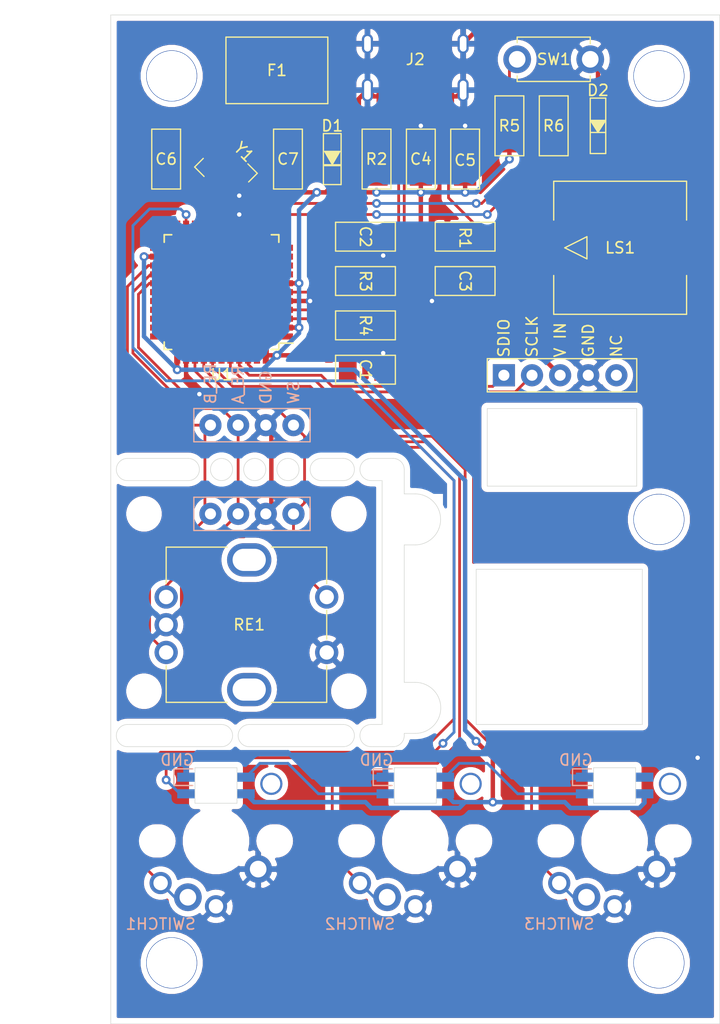
<source format=kicad_pcb>
(kicad_pcb (version 20171130) (host pcbnew "(5.1.6)-1")
  (layers (0 F.Cu signal) (31 B.Cu signal) (34 B.Paste user) (35 F.Paste user) (36 B.SilkS user) (37 F.SilkS user) (38 B.Mask user) (39 F.Mask user) (44 Edge.Cuts user))
  (net 0 "")
  (net 1 "Net-(C1-Pad1)")
  (net 2 "Net-(C2-Pad2)")
  (net 3 VCC)
  (net 4 XTAL1)
  (net 5 XTAL2)
  (net 6 "Net-(D1-Pad2)")
  (net 7 "Net-(D2-Pad1)")
  (net 8 "Net-(F1-Pad2)")
  (net 9 "Net-(J2-PadA5)")
  (net 10 "Net-(J2-PadA6)")
  (net 11 "Net-(J2-PadB5)")
  (net 12 "Net-(J2-PadA7)")
  (net 13 RE_B)
  (net 14 RE_A)
  (net 15 RE_SW)
  (net 16 "Net-(J4-PadNC)")
  (net 17 SCLK)
  (net 18 SDIO)
  (net 19 D+)
  (net 20 D-)
  (net 21 RESET)
  (net 22 AUDIO)
  (net 23 "Net-(SWITCH1-Pad2)")
  (net 24 SWITCH1)
  (net 25 SWITCH2)
  (net 26 LED)
  (net 27 "Net-(U1-Pad1)")
  (net 28 "Net-(U1-Pad8)")
  (net 29 "Net-(U1-Pad9)")
  (net 30 "Net-(U1-Pad10)")
  (net 31 "Net-(U1-Pad11)")
  (net 32 "Net-(U1-Pad18)")
  (net 33 "Net-(U1-Pad19)")
  (net 34 "Net-(U1-Pad20)")
  (net 35 "Net-(U1-Pad22)")
  (net 36 "Net-(U1-Pad28)")
  (net 37 "Net-(U1-Pad29)")
  (net 38 "Net-(U1-Pad31)")
  (net 39 "Net-(U1-Pad32)")
  (net 40 "Net-(U1-Pad33)")
  (net 41 "Net-(U1-Pad39)")
  (net 42 "Net-(U1-Pad30)")
  (net 43 SWITCH3)
  (net 44 "Net-(J2-PadB8)")
  (net 45 "Net-(J2-PadA8)")
  (net 46 GND)
  (net 47 "Net-(SWITCH2-Pad2)")
  (net 48 "Net-(SWITCH3-Pad2)")
  (module arbor:switch_w_sk6812mini-e_B (layer B.Cu) (at 165.5 133.5 180)
    (fp_text reference SWITCH3 (at 5 -7.5) (layer B.SilkS) (effects (justify mirror)))
    (fp_text value SW_SK6812MINI_E_B hide)
    (fp_text user GND (at 3.5 7.3) (layer B.SilkS) (effects (justify mirror)))
    (pad 6 thru_hole circle (at 2.54 -5.08 180) (size 2.5 2.5) (drill 1.5) (layers *.Cu *.Mask) (net 43 SWITCH3))
    (pad 5 thru_hole circle (at -3.81 -2.54 135) (size 2.5 2.5) (drill 1.5) (layers *.Cu *.Mask) (net 46 GND))
    (pad 6 thru_hole circle (at 5 -3.8 180) (size 2 2) (drill 1.3) (layers *.Cu *.Mask) (net 43 SWITCH3))
    (pad 5 thru_hole circle (at 0 -5.9 180) (size 2 2) (drill 1.3) (layers *.Cu *.Mask) (net 46 GND))
    (pad "" np_thru_hole oval (at -5.3 0 180) (size 2.3 2) (drill oval 2.3 2) (layers *.Cu *.Mask))
    (pad "" np_thru_hole oval (at 5.3 0 180) (size 2.3 2) (drill oval 2.3 2) (layers *.Cu *.Mask))
    (pad "" np_thru_hole circle (at 0 0 180) (size 5 5) (drill 5) (layers *.Cu *.Mask))
    (pad NC thru_hole circle (at -5 5.15 180) (size 2 2) (drill 1.6) (layers *.Cu *.Mask))
    (pad 3 smd rect (at 2.7 5.75) (size 1.6 0.82) (layers B.Cu B.Paste B.Mask) (net 46 GND))
    (pad 4 smd rect (at 2.7 4.25) (size 1.6 0.82) (layers B.Cu B.Paste B.Mask) (net 47 "Net-(SWITCH2-Pad2)"))
    (pad 1 smd rect (at -2.7 4.25) (size 1.6 0.82) (layers B.Cu B.Paste B.Mask) (net 3 VCC))
    (pad 2 smd rect (at -2.7 5.75) (size 1.6 0.82) (layers B.Cu B.Paste B.Mask) (net 48 "Net-(SWITCH3-Pad2)"))
  )
  (module arbor:switch_w_sk6812mini-e_B (layer B.Cu) (at 147.5 133.5 180)
    (fp_text reference SWITCH2 (at 5 -7.5) (layer B.SilkS) (effects (justify mirror)))
    (fp_text value SW_SK6812MINI_E_B hide)
    (fp_text user GND (at 3.5 7.3) (layer B.SilkS) (effects (justify mirror)))
    (pad 6 thru_hole circle (at 2.54 -5.08 180) (size 2.5 2.5) (drill 1.5) (layers *.Cu *.Mask) (net 25 SWITCH2))
    (pad 5 thru_hole circle (at -3.81 -2.54 135) (size 2.5 2.5) (drill 1.5) (layers *.Cu *.Mask) (net 46 GND))
    (pad 6 thru_hole circle (at 5 -3.8 180) (size 2 2) (drill 1.3) (layers *.Cu *.Mask) (net 25 SWITCH2))
    (pad 5 thru_hole circle (at 0 -5.9 180) (size 2 2) (drill 1.3) (layers *.Cu *.Mask) (net 46 GND))
    (pad "" np_thru_hole oval (at -5.3 0 180) (size 2.3 2) (drill oval 2.3 2) (layers *.Cu *.Mask))
    (pad "" np_thru_hole oval (at 5.3 0 180) (size 2.3 2) (drill oval 2.3 2) (layers *.Cu *.Mask))
    (pad "" np_thru_hole circle (at 0 0 180) (size 5 5) (drill 5) (layers *.Cu *.Mask))
    (pad NC thru_hole circle (at -5 5.15 180) (size 2 2) (drill 1.6) (layers *.Cu *.Mask))
    (pad 3 smd rect (at 2.7 5.75) (size 1.6 0.82) (layers B.Cu B.Paste B.Mask) (net 46 GND))
    (pad 4 smd rect (at 2.7 4.25) (size 1.6 0.82) (layers B.Cu B.Paste B.Mask) (net 23 "Net-(SWITCH1-Pad2)"))
    (pad 1 smd rect (at -2.7 4.25) (size 1.6 0.82) (layers B.Cu B.Paste B.Mask) (net 3 VCC))
    (pad 2 smd rect (at -2.7 5.75) (size 1.6 0.82) (layers B.Cu B.Paste B.Mask) (net 47 "Net-(SWITCH2-Pad2)"))
  )
  (module arbor:switch_w_sk6812mini-e_B (layer B.Cu) (at 129.5 133.5 180)
    (fp_text reference SWITCH1 (at 5 -7.5) (layer B.SilkS) (effects (justify mirror)))
    (fp_text value SW_SK6812MINI_E_B hide)
    (fp_text user GND (at 3.5 7.3) (layer B.SilkS) (effects (justify mirror)))
    (pad 6 thru_hole circle (at 2.54 -5.08 180) (size 2.5 2.5) (drill 1.5) (layers *.Cu *.Mask) (net 24 SWITCH1))
    (pad 5 thru_hole circle (at -3.81 -2.54 135) (size 2.5 2.5) (drill 1.5) (layers *.Cu *.Mask) (net 46 GND))
    (pad 6 thru_hole circle (at 5 -3.8 180) (size 2 2) (drill 1.3) (layers *.Cu *.Mask) (net 24 SWITCH1))
    (pad 5 thru_hole circle (at 0 -5.9 180) (size 2 2) (drill 1.3) (layers *.Cu *.Mask) (net 46 GND))
    (pad "" np_thru_hole oval (at -5.3 0 180) (size 2.3 2) (drill oval 2.3 2) (layers *.Cu *.Mask))
    (pad "" np_thru_hole oval (at 5.3 0 180) (size 2.3 2) (drill oval 2.3 2) (layers *.Cu *.Mask))
    (pad "" np_thru_hole circle (at 0 0 180) (size 5 5) (drill 5) (layers *.Cu *.Mask))
    (pad NC thru_hole circle (at -5 5.15 180) (size 2 2) (drill 1.6) (layers *.Cu *.Mask))
    (pad 3 smd rect (at 2.7 5.75) (size 1.6 0.82) (layers B.Cu B.Paste B.Mask) (net 46 GND))
    (pad 4 smd rect (at 2.7 4.25) (size 1.6 0.82) (layers B.Cu B.Paste B.Mask) (net 26 LED))
    (pad 1 smd rect (at -2.7 4.25) (size 1.6 0.82) (layers B.Cu B.Paste B.Mask) (net 3 VCC))
    (pad 2 smd rect (at -2.7 5.75) (size 1.6 0.82) (layers B.Cu B.Paste B.Mask) (net 23 "Net-(SWITCH1-Pad2)"))
  )
  (module arbor:usb_c_5077CR-16SMC2-BK-TR (layer F.Cu) (at 147.5 59)
    (fp_text reference J2 (at 0 4.01) (layer F.SilkS))
    (fp_text value usb_c_5077CR-16-SMC2-BK-TR)
    (pad B1/A12 smd rect (at -3.2 7.345) (size 0.6 1.15) (layers F.Cu F.Paste F.Mask) (net 46 GND))
    (pad B4/A9 smd rect (at -2.4 7.345) (size 0.6 1.15) (layers F.Cu F.Paste F.Mask) (net 8 "Net-(F1-Pad2)"))
    (pad A1/B12 smd rect (at 3.2 7.345) (size 0.6 1.15) (layers F.Cu F.Paste F.Mask) (net 46 GND))
    (pad A4/B9 smd rect (at 2.4 7.345) (size 0.6 1.15) (layers F.Cu F.Paste F.Mask) (net 8 "Net-(F1-Pad2)"))
    (pad B8 smd rect (at 1.75 7.345) (size 0.3 1.15) (layers F.Cu F.Paste F.Mask) (net 44 "Net-(J2-PadB8)"))
    (pad B5 smd rect (at -1.75 7.345) (size 0.3 1.15) (layers F.Cu F.Paste F.Mask) (net 11 "Net-(J2-PadB5)"))
    (pad B6 smd rect (at -0.75 7.345) (size 0.3 1.15) (layers F.Cu F.Paste F.Mask) (net 10 "Net-(J2-PadA6)"))
    (pad A8 smd rect (at -1.25 7.345) (size 0.3 1.15) (layers F.Cu F.Paste F.Mask) (net 45 "Net-(J2-PadA8)"))
    (pad A5 smd rect (at 1.25 7.345) (size 0.3 1.15) (layers F.Cu F.Paste F.Mask) (net 9 "Net-(J2-PadA5)"))
    (pad B7 smd rect (at 0.75 7.345) (size 0.3 1.15) (layers F.Cu F.Paste F.Mask) (net 12 "Net-(J2-PadA7)"))
    (pad A7 smd rect (at -0.25 7.345) (size 0.3 1.15) (layers F.Cu F.Paste F.Mask) (net 12 "Net-(J2-PadA7)"))
    (pad A6 smd rect (at 0.25 7.345) (size 0.3 1.15) (layers F.Cu F.Paste F.Mask) (net 10 "Net-(J2-PadA6)"))
    (pad SHIELD thru_hole oval (at -4.32 6.78) (size 1 2.1) (drill oval 0.6 1.7) (layers *.Cu *.Mask) (net 46 GND))
    (pad SHIELD thru_hole oval (at 4.32 6.78) (size 1 2.1) (drill oval 0.6 1.7) (layers *.Cu *.Mask) (net 46 GND))
    (pad SHIELD thru_hole oval (at -4.32 2.6) (size 1 1.8) (drill oval 0.6 1.4) (layers *.Cu *.Mask) (net 46 GND))
    (pad SHIELD thru_hole oval (at 4.32 2.6) (size 1 1.8) (drill oval 0.6 1.4) (layers *.Cu *.Mask) (net 46 GND))
  )
  (module arbor:diode_1n4148_smd (layer F.Cu) (at 164 69 270)
    (fp_text reference D2 (at -3.2 0 180) (layer F.SilkS))
    (fp_text value D hide)
    (pad 2 smd rect (at -1.7 0 270) (size 1.2 1) (layers F.Cu F.Paste F.Mask) (net 46 GND))
    (pad 1 smd rect (at 1.7 0 270) (size 1.2 1) (layers F.Cu F.Paste F.Mask) (net 7 "Net-(D2-Pad1)"))
  )
  (module arbor:hole_m2_spacer (layer F.Cu) (at 169.5 64.5)
    (fp_text reference REF** hide)
    (fp_text value m2_spacer)
    (pad "" np_thru_hole circle (at 0 0) (size 4.6 4.6) (drill 4.5) (layers *.Cu *.Mask))
  )
  (module arbor:hole_m2_spacer (layer F.Cu) (at 125.5 64.5)
    (fp_text reference REF** hide)
    (fp_text value m2_spacer)
    (pad "" np_thru_hole circle (at 0 0) (size 4.6 4.6) (drill 4.5) (layers *.Cu *.Mask))
  )
  (module arbor:Rotary_encoder_EC12 (layer F.Cu) (at 132.5 114 270)
    (fp_text reference RE1 (at 0 0 180) (layer F.SilkS))
    (fp_text value Rotary_Encoder_Switch)
    (pad C thru_hole circle (at 0 7.5 270) (size 2.1 2.1) (drill 1.3) (layers *.Cu *.Mask) (net 46 GND))
    (pad B thru_hole circle (at 2.5 7.5 270) (size 2.1 2.1) (drill 1.3) (layers *.Cu *.Mask) (net 13 RE_B))
    (pad A thru_hole circle (at -2.5 7.5 270) (size 2.1 2.1) (drill 1.3) (layers *.Cu *.Mask) (net 14 RE_A))
    (pad S2 thru_hole circle (at 2.5 -7 270) (size 2.1 2.1) (drill 1.3) (layers *.Cu *.Mask) (net 46 GND))
    (pad S1 thru_hole circle (at -2.5 -7 270) (size 2.1 2.1) (drill 1.3) (layers *.Cu *.Mask) (net 15 RE_SW))
    (pad "" thru_hole oval (at 5.85 0 270) (size 3 4) (drill oval 2 3) (layers *.Cu *.Mask))
    (pad "" thru_hole oval (at -5.85 0 270) (size 3 4) (drill oval 2 3) (layers *.Cu *.Mask))
  )
  (module arbor:hole_m2_spacer (layer F.Cu) (at 169.5 104.5)
    (fp_text reference REF** hide)
    (fp_text value m2_spacer)
    (pad "" np_thru_hole circle (at 0 0) (size 4.6 4.6) (drill 4.5) (layers *.Cu *.Mask))
  )
  (module arbor:hole_m2_spacer (layer F.Cu) (at 125.5 144.5)
    (fp_text reference REF** hide)
    (fp_text value m2_spacer)
    (pad "" np_thru_hole circle (at 0 0) (size 4.6 4.6) (drill 4.5) (layers *.Cu *.Mask))
  )
  (module arbor:hole_m2_spacer (layer F.Cu) (at 169.5 144.5)
    (fp_text reference REF** hide)
    (fp_text value m2_spacer)
    (pad "" np_thru_hole circle (at 0 0) (size 4.6 4.6) (drill 4.5) (layers *.Cu *.Mask))
  )
  (module arbor:cryctal_epson_fa238 (layer F.Cu) (at 130.4 73 315)
    (fp_text reference Y1 (at 0 -2.3 135) (layer F.SilkS))
    (fp_text value 16MHz hide)
    (pad 3 smd rect (at 1.1 -0.8 315) (size 1.4 1.2) (layers F.Cu F.Paste F.Mask) (net 5 XTAL2))
    (pad 4 smd rect (at -1.1 -0.8 315) (size 1.4 1.2) (layers F.Cu F.Paste F.Mask) (net 46 GND))
    (pad 1 smd rect (at -1.1 0.8 315) (size 1.4 1.2) (layers F.Cu F.Paste F.Mask) (net 4 XTAL1))
    (pad 2 smd rect (at 1.1 0.8 315) (size 1.4 1.2) (layers F.Cu F.Paste F.Mask) (net 46 GND))
  )
  (module arbor:smd_1206_3216mm (layer F.Cu) (at 160 69 90)
    (fp_text reference R6 (at 0 0 unlocked) (layer F.SilkS))
    (fp_text value 1k hide)
    (pad 2 smd rect (at -1.6 0 90) (size 1.6 2) (layers F.Cu F.Paste F.Mask) (net 7 "Net-(D2-Pad1)"))
    (pad 1 smd rect (at 1.6 0 90) (size 1.6 2) (layers F.Cu F.Paste F.Mask) (net 22 AUDIO))
  )
  (module arbor:smd_1206_3216mm (layer F.Cu) (at 156 69 270)
    (fp_text reference R5 (at 0 0 unlocked) (layer F.SilkS))
    (fp_text value 10k hide)
    (pad 2 smd rect (at -1.6 0 270) (size 1.6 2) (layers F.Cu F.Paste F.Mask) (net 21 RESET))
    (pad 1 smd rect (at 1.6 0 270) (size 1.6 2) (layers F.Cu F.Paste F.Mask) (net 3 VCC))
  )
  (module arbor:smd_1206_3216mm (layer F.Cu) (at 143 87)
    (fp_text reference R4 (at 0 0 270 unlocked) (layer F.SilkS))
    (fp_text value 22 hide)
    (pad 2 smd rect (at -1.6 0) (size 1.6 2) (layers F.Cu F.Paste F.Mask) (net 20 D-))
    (pad 1 smd rect (at 1.6 0) (size 1.6 2) (layers F.Cu F.Paste F.Mask) (net 12 "Net-(J2-PadA7)"))
  )
  (module arbor:smd_1206_3216mm (layer F.Cu) (at 143 83 180)
    (fp_text reference R3 (at 0 0 270 unlocked) (layer F.SilkS))
    (fp_text value 22 hide)
    (pad 2 smd rect (at -1.6 0 180) (size 1.6 2) (layers F.Cu F.Paste F.Mask) (net 10 "Net-(J2-PadA6)"))
    (pad 1 smd rect (at 1.6 0 180) (size 1.6 2) (layers F.Cu F.Paste F.Mask) (net 19 D+))
  )
  (module arbor:smd_1206_3216mm (layer F.Cu) (at 144 72 270)
    (fp_text reference R2 (at 0 0 unlocked) (layer F.SilkS))
    (fp_text value 5.1k hide)
    (pad 2 smd rect (at -1.6 0 270) (size 1.6 2) (layers F.Cu F.Paste F.Mask) (net 11 "Net-(J2-PadB5)"))
    (pad 1 smd rect (at 1.6 0 270) (size 1.6 2) (layers F.Cu F.Paste F.Mask) (net 46 GND))
  )
  (module arbor:smd_1206_3216mm (layer F.Cu) (at 152 79 180)
    (fp_text reference R1 (at 0 -0.1 -90 unlocked) (layer F.SilkS))
    (fp_text value 5.1k hide)
    (pad 2 smd rect (at -1.6 0 180) (size 1.6 2) (layers F.Cu F.Paste F.Mask) (net 9 "Net-(J2-PadA5)"))
    (pad 1 smd rect (at 1.6 0 180) (size 1.6 2) (layers F.Cu F.Paste F.Mask) (net 46 GND))
  )
  (module arbor:fuse_littelfuse_2920L050DR (layer F.Cu) (at 135 64 180)
    (fp_text reference F1 (at 0 0) (layer F.SilkS))
    (fp_text value 500mA hide)
    (pad 2 smd rect (at -3.3 0 180) (size 2 5.4) (layers F.Cu F.Paste F.Mask) (net 8 "Net-(F1-Pad2)"))
    (pad 1 smd rect (at 3.3 0 180) (size 2 5.4) (layers F.Cu F.Paste F.Mask) (net 6 "Net-(D1-Pad2)"))
  )
  (module arbor:schottky_barrier_diode_rb161mm20 (layer F.Cu) (at 140 72 180)
    (fp_text reference D1 (at 0 3) (layer F.SilkS))
    (fp_text value RB161MM20 hide)
    (pad 2 smd rect (at 0 1.6 180) (size 1.2 1) (layers F.Cu F.Paste F.Mask) (net 6 "Net-(D1-Pad2)"))
    (pad 1 smd rect (at 0 -1.6 180) (size 1.2 1) (layers F.Cu F.Paste F.Mask) (net 3 VCC))
  )
  (module arbor:smd_1206_3216mm (layer F.Cu) (at 136 72 90)
    (fp_text reference C7 (at 0 0 unlocked) (layer F.SilkS))
    (fp_text value 22pF hide)
    (pad 2 smd rect (at -1.6 0 90) (size 1.6 2) (layers F.Cu F.Paste F.Mask) (net 5 XTAL2))
    (pad 1 smd rect (at 1.6 0 90) (size 1.6 2) (layers F.Cu F.Paste F.Mask) (net 46 GND))
  )
  (module arbor:smd_1206_3216mm (layer F.Cu) (at 125 72 90)
    (fp_text reference C6 (at 0 0 unlocked) (layer F.SilkS))
    (fp_text value 22pF hide)
    (pad 2 smd rect (at -1.6 0 90) (size 1.6 2) (layers F.Cu F.Paste F.Mask) (net 4 XTAL1))
    (pad 1 smd rect (at 1.6 0 90) (size 1.6 2) (layers F.Cu F.Paste F.Mask) (net 46 GND))
  )
  (module arbor:smd_1206_3216mm (layer F.Cu) (at 152 72 270)
    (fp_text reference C5 (at 0.1 0 unlocked) (layer F.SilkS))
    (fp_text value 0.1uF hide)
    (pad 2 smd rect (at -1.6 0 270) (size 1.6 2) (layers F.Cu F.Paste F.Mask) (net 46 GND))
    (pad 1 smd rect (at 1.6 0 270) (size 1.6 2) (layers F.Cu F.Paste F.Mask) (net 3 VCC))
  )
  (module arbor:smd_1206_3216mm (layer F.Cu) (at 148 72 270)
    (fp_text reference C4 (at 0 0 unlocked) (layer F.SilkS))
    (fp_text value 1uF hide)
    (pad 2 smd rect (at -1.6 0 270) (size 1.6 2) (layers F.Cu F.Paste F.Mask) (net 46 GND))
    (pad 1 smd rect (at 1.6 0 270) (size 1.6 2) (layers F.Cu F.Paste F.Mask) (net 3 VCC))
  )
  (module arbor:smd_1206_3216mm (layer F.Cu) (at 152 83 180)
    (fp_text reference C3 (at 0 0 -90 unlocked) (layer F.SilkS))
    (fp_text value 10uF hide)
    (pad 2 smd rect (at -1.6 0 180) (size 1.6 2) (layers F.Cu F.Paste F.Mask) (net 46 GND))
    (pad 1 smd rect (at 1.6 0 180) (size 1.6 2) (layers F.Cu F.Paste F.Mask) (net 3 VCC))
  )
  (module arbor:smd_1206_3216mm (layer F.Cu) (at 143 79)
    (fp_text reference C2 (at 0 0 -90 unlocked) (layer F.SilkS))
    (fp_text value 1uF hide)
    (pad 2 smd rect (at -1.6 0) (size 1.6 2) (layers F.Cu F.Paste F.Mask) (net 2 "Net-(C2-Pad2)"))
    (pad 1 smd rect (at 1.6 0) (size 1.6 2) (layers F.Cu F.Paste F.Mask) (net 46 GND))
  )
  (module arbor:smd_1206_3216mm (layer F.Cu) (at 143 91 180)
    (fp_text reference C1 (at 0 0 270 unlocked) (layer F.SilkS))
    (fp_text value 0.1uF hide)
    (pad 2 smd rect (at -1.6 0 180) (size 1.6 2) (layers F.Cu F.Paste F.Mask) (net 46 GND))
    (pad 1 smd rect (at 1.6 0 180) (size 1.6 2) (layers F.Cu F.Paste F.Mask) (net 1 "Net-(C1-Pad1)"))
  )
  (module arbor:trackball_level_converter (layer F.Cu) (at 155.5 91.5)
    (fp_text reference J4 hide)
    (fp_text value trackball_level_converter)
    (fp_text user SDIO (at 0 -1.524 90) (layer F.SilkS) (effects (justify left)))
    (fp_text user SCLK (at 2.54 -1.524 90) (layer F.SilkS) (effects (justify left)))
    (fp_text user "V IN" (at 5.08 -1.524 90) (layer F.SilkS) (effects (justify left)))
    (fp_text user GND (at 7.62 -1.524 90) (layer F.SilkS) (effects (justify left)))
    (fp_text user NC (at 10.16 -1.524 90) (layer F.SilkS) (effects (justify left)))
    (pad SDIO thru_hole rect (at 0 0) (size 2 2) (drill 1) (layers *.Cu *.Mask) (net 18 SDIO))
    (pad SCLK thru_hole circle (at 2.54 0) (size 2 2) (drill 1) (layers *.Cu *.Mask) (net 17 SCLK))
    (pad VIN thru_hole circle (at 5.08 0) (size 2 2) (drill 1) (layers *.Cu *.Mask) (net 3 VCC))
    (pad GND thru_hole circle (at 7.62 0) (size 2 2) (drill 1) (layers *.Cu *.Mask) (net 46 GND))
    (pad NC thru_hole circle (at 10.16 0) (size 2 2) (drill 1) (layers *.Cu *.Mask) (net 16 "Net-(J4-PadNC)"))
  )
  (module MountingHole:MountingHole_2.2mm_M2_ISO7380 (layer F.Cu) (at 141.5 120)
    (fp_text reference REF** hide)
    (fp_text value MountingHole_2.2mm_M2_ISO7380)
    (pad 1 np_thru_hole circle (at 0 0) (size 2.2 2.2) (drill 2.2) (layers *.Cu *.Mask))
  )
  (module MountingHole:MountingHole_2.2mm_M2_ISO7380 (layer F.Cu) (at 123 120)
    (fp_text reference REF** hide)
    (fp_text value MountingHole_2.2mm_M2_ISO7380)
    (pad 1 np_thru_hole circle (at 0 0) (size 2.2 2.2) (drill 2.2) (layers *.Cu *.Mask))
  )
  (module MountingHole:MountingHole_2.2mm_M2_ISO7380 (layer F.Cu) (at 141.5 104)
    (fp_text reference REF** hide)
    (fp_text value MountingHole_2.2mm_M2_ISO7380)
    (pad 1 np_thru_hole circle (at 0 0) (size 2.2 2.2) (drill 2.2) (layers *.Cu *.Mask))
  )
  (module MountingHole:MountingHole_2.2mm_M2_ISO7380 (layer F.Cu) (at 123 104)
    (fp_text reference REF** hide)
    (fp_text value MountingHole_2.2mm_M2_ISO7380)
    (pad 1 np_thru_hole circle (at 0 0) (size 2.2 2.2) (drill 2.2) (layers *.Cu *.Mask))
  )
  (module arbor:meishi_encoder (layer B.Cu) (at 136.5 96 90)
    (fp_text reference J1 hide)
    (fp_text value Conn_01x04 hide)
    (fp_text user RE_B (at 1.8 -7.5 90) (layer B.SilkS) (effects (justify right mirror)))
    (fp_text user RE_A (at 1.8 -5 90) (layer B.SilkS) (effects (justify right mirror)))
    (fp_text user GND (at 1.8 -2.5 90) (layer B.SilkS) (effects (justify right mirror)))
    (fp_text user SW (at 1.8 0 90) (layer B.SilkS) (effects (justify right mirror)))
    (pad 4 thru_hole circle (at 0 -7.5 180) (size 2 2) (drill 1) (layers *.Cu *.Mask) (net 13 RE_B))
    (pad 3 thru_hole circle (at 0 -5 180) (size 2 2) (drill 1) (layers *.Cu *.Mask) (net 14 RE_A))
    (pad 2 thru_hole circle (at 0 -2.5 180) (size 2 2) (drill 1) (layers *.Cu *.Mask) (net 46 GND))
    (pad 1 thru_hole circle (at 0 0 180) (size 2 2) (drill 1) (layers *.Cu *.Mask) (net 15 RE_SW))
  )
  (module arbor:meishi_encoder (layer B.Cu) (at 136.5 104 90)
    (fp_text reference J3 hide)
    (fp_text value Conn_01x04 hide)
    (pad 4 thru_hole circle (at 0 -7.5 180) (size 2 2) (drill 1) (layers *.Cu *.Mask) (net 13 RE_B))
    (pad 3 thru_hole circle (at 0 -5 180) (size 2 2) (drill 1) (layers *.Cu *.Mask) (net 14 RE_A))
    (pad 2 thru_hole circle (at 0 -2.5 180) (size 2 2) (drill 1) (layers *.Cu *.Mask) (net 46 GND))
    (pad 1 thru_hole circle (at 0 0 180) (size 2 2) (drill 1) (layers *.Cu *.Mask) (net 15 RE_SW))
  )
  (module arbor:Speaker_PKLCS1212E4001-R1 (layer F.Cu) (at 166 80 180)
    (fp_text reference LS1 (at 0 0) (layer F.SilkS))
    (fp_text value Speaker)
    (pad 1 smd rect (at 6.5 0 180) (size 1.5 4) (layers F.Cu F.Paste F.Mask) (net 7 "Net-(D2-Pad1)"))
    (pad 2 smd rect (at -6.5 0 180) (size 1.5 4) (layers F.Cu F.Paste F.Mask) (net 46 GND))
  )
  (module arbor:tact_sw_TVBP06-BN043CB-B (layer F.Cu) (at 160 63)
    (fp_text reference SW1 (at 0 0) (layer F.SilkS))
    (fp_text value SW_Push)
    (pad 1 thru_hole circle (at 3.3 0) (size 2.5 2.5) (drill 1.5) (layers *.Cu *.Mask) (net 46 GND))
    (pad 2 thru_hole circle (at -3.3 0) (size 2.5 2.5) (drill 1.5) (layers *.Cu *.Mask) (net 21 RESET))
  )
  (module Package_QFP:TQFP-44_10x10mm_P0.8mm (layer F.Cu) (at 130 84 180)
    (fp_text reference U1 (at 0 -7.45) (layer F.SilkS))
    (fp_text value ATmega32U4-AU)
    (pad 44 smd rect (at -4 -5.7 270) (size 1.5 0.55) (layers F.Cu F.Paste F.Mask) (net 3 VCC))
    (pad 43 smd rect (at -3.2 -5.7 270) (size 1.5 0.55) (layers F.Cu F.Paste F.Mask) (net 46 GND))
    (pad 42 smd rect (at -2.4 -5.7 270) (size 1.5 0.55) (layers F.Cu F.Paste F.Mask) (net 1 "Net-(C1-Pad1)"))
    (pad 41 smd rect (at -1.6 -5.7 270) (size 1.5 0.55) (layers F.Cu F.Paste F.Mask) (net 18 SDIO))
    (pad 40 smd rect (at -0.8 -5.7 270) (size 1.5 0.55) (layers F.Cu F.Paste F.Mask) (net 17 SCLK))
    (pad 39 smd rect (at 0 -5.7 270) (size 1.5 0.55) (layers F.Cu F.Paste F.Mask) (net 41 "Net-(U1-Pad39)"))
    (pad 38 smd rect (at 0.8 -5.7 270) (size 1.5 0.55) (layers F.Cu F.Paste F.Mask) (net 43 SWITCH3))
    (pad 37 smd rect (at 1.6 -5.7 270) (size 1.5 0.55) (layers F.Cu F.Paste F.Mask) (net 25 SWITCH2))
    (pad 36 smd rect (at 2.4 -5.7 270) (size 1.5 0.55) (layers F.Cu F.Paste F.Mask) (net 24 SWITCH1))
    (pad 35 smd rect (at 3.2 -5.7 270) (size 1.5 0.55) (layers F.Cu F.Paste F.Mask) (net 46 GND))
    (pad 34 smd rect (at 4 -5.7 270) (size 1.5 0.55) (layers F.Cu F.Paste F.Mask) (net 3 VCC))
    (pad 33 smd rect (at 5.7 -4 180) (size 1.5 0.55) (layers F.Cu F.Paste F.Mask) (net 40 "Net-(U1-Pad33)"))
    (pad 32 smd rect (at 5.7 -3.2 180) (size 1.5 0.55) (layers F.Cu F.Paste F.Mask) (net 39 "Net-(U1-Pad32)"))
    (pad 31 smd rect (at 5.7 -2.4 180) (size 1.5 0.55) (layers F.Cu F.Paste F.Mask) (net 38 "Net-(U1-Pad31)"))
    (pad 30 smd rect (at 5.7 -1.6 180) (size 1.5 0.55) (layers F.Cu F.Paste F.Mask) (net 42 "Net-(U1-Pad30)"))
    (pad 29 smd rect (at 5.7 -0.8 180) (size 1.5 0.55) (layers F.Cu F.Paste F.Mask) (net 37 "Net-(U1-Pad29)"))
    (pad 28 smd rect (at 5.7 0 180) (size 1.5 0.55) (layers F.Cu F.Paste F.Mask) (net 36 "Net-(U1-Pad28)"))
    (pad 27 smd rect (at 5.7 0.8 180) (size 1.5 0.55) (layers F.Cu F.Paste F.Mask) (net 15 RE_SW))
    (pad 26 smd rect (at 5.7 1.6 180) (size 1.5 0.55) (layers F.Cu F.Paste F.Mask) (net 14 RE_A))
    (pad 25 smd rect (at 5.7 2.4 180) (size 1.5 0.55) (layers F.Cu F.Paste F.Mask) (net 13 RE_B))
    (pad 24 smd rect (at 5.7 3.2 180) (size 1.5 0.55) (layers F.Cu F.Paste F.Mask) (net 3 VCC))
    (pad 23 smd rect (at 5.7 4 180) (size 1.5 0.55) (layers F.Cu F.Paste F.Mask) (net 46 GND))
    (pad 22 smd rect (at 4 5.7 270) (size 1.5 0.55) (layers F.Cu F.Paste F.Mask) (net 35 "Net-(U1-Pad22)"))
    (pad 21 smd rect (at 3.2 5.7 270) (size 1.5 0.55) (layers F.Cu F.Paste F.Mask) (net 26 LED))
    (pad 20 smd rect (at 2.4 5.7 270) (size 1.5 0.55) (layers F.Cu F.Paste F.Mask) (net 34 "Net-(U1-Pad20)"))
    (pad 19 smd rect (at 1.6 5.7 270) (size 1.5 0.55) (layers F.Cu F.Paste F.Mask) (net 33 "Net-(U1-Pad19)"))
    (pad 18 smd rect (at 0.8 5.7 270) (size 1.5 0.55) (layers F.Cu F.Paste F.Mask) (net 32 "Net-(U1-Pad18)"))
    (pad 17 smd rect (at 0 5.7 270) (size 1.5 0.55) (layers F.Cu F.Paste F.Mask) (net 4 XTAL1))
    (pad 16 smd rect (at -0.8 5.7 270) (size 1.5 0.55) (layers F.Cu F.Paste F.Mask) (net 5 XTAL2))
    (pad 15 smd rect (at -1.6 5.7 270) (size 1.5 0.55) (layers F.Cu F.Paste F.Mask) (net 46 GND))
    (pad 14 smd rect (at -2.4 5.7 270) (size 1.5 0.55) (layers F.Cu F.Paste F.Mask) (net 3 VCC))
    (pad 13 smd rect (at -3.2 5.7 270) (size 1.5 0.55) (layers F.Cu F.Paste F.Mask) (net 21 RESET))
    (pad 12 smd rect (at -4 5.7 270) (size 1.5 0.55) (layers F.Cu F.Paste F.Mask) (net 22 AUDIO))
    (pad 11 smd rect (at -5.7 4 180) (size 1.5 0.55) (layers F.Cu F.Paste F.Mask) (net 31 "Net-(U1-Pad11)"))
    (pad 10 smd rect (at -5.7 3.2 180) (size 1.5 0.55) (layers F.Cu F.Paste F.Mask) (net 30 "Net-(U1-Pad10)"))
    (pad 9 smd rect (at -5.7 2.4 180) (size 1.5 0.55) (layers F.Cu F.Paste F.Mask) (net 29 "Net-(U1-Pad9)"))
    (pad 8 smd rect (at -5.7 1.6 180) (size 1.5 0.55) (layers F.Cu F.Paste F.Mask) (net 28 "Net-(U1-Pad8)"))
    (pad 7 smd rect (at -5.7 0.8 180) (size 1.5 0.55) (layers F.Cu F.Paste F.Mask) (net 3 VCC))
    (pad 6 smd rect (at -5.7 0 180) (size 1.5 0.55) (layers F.Cu F.Paste F.Mask) (net 2 "Net-(C2-Pad2)"))
    (pad 5 smd rect (at -5.7 -0.8 180) (size 1.5 0.55) (layers F.Cu F.Paste F.Mask) (net 46 GND))
    (pad 4 smd rect (at -5.7 -1.6 180) (size 1.5 0.55) (layers F.Cu F.Paste F.Mask) (net 19 D+))
    (pad 3 smd rect (at -5.7 -2.4 180) (size 1.5 0.55) (layers F.Cu F.Paste F.Mask) (net 20 D-))
    (pad 2 smd rect (at -5.7 -3.2 180) (size 1.5 0.55) (layers F.Cu F.Paste F.Mask) (net 3 VCC))
    (pad 1 smd rect (at -5.7 -4 180) (size 1.5 0.55) (layers F.Cu F.Paste F.Mask) (net 27 "Net-(U1-Pad1)"))
  )
  (gr_line (start 144.5 123) (end 143.5 123) (layer Edge.Cuts) (width 0.05))
  (gr_line (start 143.5 101) (end 144.5 101) (layer Edge.Cuts) (width 0.05))
  (gr_arc (start 139 100) (end 139 99) (angle -180) (layer Edge.Cuts) (width 0.05))
  (gr_circle (center 136 100) (end 136 99) (layer Edge.Cuts) (width 0.05))
  (gr_circle (center 133 100) (end 133 99) (layer Edge.Cuts) (width 0.05))
  (gr_circle (center 130 100) (end 130 99) (layer Edge.Cuts) (width 0.05))
  (gr_arc (start 127 100) (end 127 101) (angle -180) (layer Edge.Cuts) (width 0.05))
  (gr_line (start 163.6 130.1) (end 163.6 126.9) (layer Edge.Cuts) (width 0.05))
  (gr_line (start 167.4 130.1) (end 163.6 130.1) (layer Edge.Cuts) (width 0.05))
  (gr_line (start 167.4 126.9) (end 167.4 130.1) (layer Edge.Cuts) (width 0.05))
  (gr_line (start 163.6 126.9) (end 167.4 126.9) (layer Edge.Cuts) (width 0.05))
  (gr_line (start 149.4 126.9) (end 145.6 126.9) (layer Edge.Cuts) (width 0.05))
  (gr_line (start 149.4 130.1) (end 149.4 126.9) (layer Edge.Cuts) (width 0.05))
  (gr_line (start 145.6 130.1) (end 149.4 130.1) (layer Edge.Cuts) (width 0.05))
  (gr_line (start 145.6 126.9) (end 145.6 130.1) (layer Edge.Cuts) (width 0.05))
  (gr_line (start 131.4 130.1) (end 131.4 126.9) (layer Edge.Cuts) (width 0.05))
  (gr_line (start 127.6 130.1) (end 131.4 130.1) (layer Edge.Cuts) (width 0.05))
  (gr_line (start 127.6 126.9) (end 127.6 130.1) (layer Edge.Cuts) (width 0.05))
  (gr_line (start 131.4 126.9) (end 127.6 126.9) (layer Edge.Cuts) (width 0.05))
  (gr_line (start 153 109) (end 153 123) (layer Edge.Cuts) (width 0.05))
  (gr_line (start 168 109) (end 153 109) (layer Edge.Cuts) (width 0.05))
  (gr_line (start 168 123) (end 168 109) (layer Edge.Cuts) (width 0.05))
  (gr_line (start 153 123) (end 168 123) (layer Edge.Cuts) (width 0.05))
  (gr_line (start 154 101.5) (end 154 94.5) (layer Edge.Cuts) (width 0.05))
  (gr_line (start 167.5 101.5) (end 154 101.5) (layer Edge.Cuts) (width 0.05))
  (gr_line (start 167.5 94.5) (end 167.5 101.5) (layer Edge.Cuts) (width 0.05))
  (gr_line (start 154 94.5) (end 167.5 94.5) (layer Edge.Cuts) (width 0.05))
  (gr_line (start 145.5 125) (end 143.5 125) (layer Edge.Cuts) (width 0.05))
  (gr_line (start 141 125) (end 132.5 125) (layer Edge.Cuts) (width 0.05))
  (gr_line (start 132.5 123) (end 141 123) (layer Edge.Cuts) (width 0.05))
  (gr_arc (start 132.5 124) (end 132.5 123) (angle -180) (layer Edge.Cuts) (width 0.05))
  (gr_line (start 121.5 125) (end 130 125) (layer Edge.Cuts) (width 0.05))
  (gr_arc (start 143.5 124) (end 143.5 123) (angle -180) (layer Edge.Cuts) (width 0.05))
  (gr_line (start 130 123) (end 121.5 123) (layer Edge.Cuts) (width 0.05))
  (gr_arc (start 130 124) (end 130 125) (angle -180) (layer Edge.Cuts) (width 0.05))
  (gr_arc (start 121.5 124) (end 121.5 123) (angle -180) (layer Edge.Cuts) (width 0.05))
  (gr_arc (start 141 124) (end 141 125) (angle -180) (layer Edge.Cuts) (width 0.05))
  (gr_line (start 141 101) (end 139 101) (layer Edge.Cuts) (width 0.05))
  (gr_line (start 139 99) (end 141 99) (layer Edge.Cuts) (width 0.05))
  (gr_line (start 143.5 99) (end 145.5 99) (layer Edge.Cuts) (width 0.05))
  (gr_arc (start 141 100) (end 141 101) (angle -180) (layer Edge.Cuts) (width 0.05))
  (gr_arc (start 143.5 100) (end 143.5 99) (angle -180) (layer Edge.Cuts) (width 0.05))
  (gr_line (start 146.5 119.2) (end 146.5 106.8) (layer Edge.Cuts) (width 0.05))
  (gr_line (start 147.5 119.2) (end 146.5 119.2) (layer Edge.Cuts) (width 0.05))
  (gr_line (start 146.5 123.8) (end 146.5 124) (layer Edge.Cuts) (width 0.05))
  (gr_line (start 147.5 123.8) (end 146.5 123.8) (layer Edge.Cuts) (width 0.05))
  (gr_arc (start 147.5 121.5) (end 147.5 123.8) (angle -180) (layer Edge.Cuts) (width 0.05))
  (gr_line (start 147.5 106.8) (end 146.5 106.8) (layer Edge.Cuts) (width 0.05))
  (gr_line (start 147.5 102.2) (end 146.5 102.2) (layer Edge.Cuts) (width 0.05))
  (gr_arc (start 147.5 104.5) (end 147.5 106.8) (angle -180) (layer Edge.Cuts) (width 0.05))
  (gr_arc (start 145.5 124) (end 145.5 125) (angle -90) (layer Edge.Cuts) (width 0.05))
  (gr_arc (start 145.5 100) (end 146.5 100) (angle -90) (layer Edge.Cuts) (width 0.05))
  (gr_line (start 144.5 101) (end 144.5 123) (layer Edge.Cuts) (width 0.05))
  (gr_line (start 121.5 101) (end 127 101) (layer Edge.Cuts) (width 0.05))
  (gr_arc (start 121.5 100) (end 121.5 99) (angle -180) (layer Edge.Cuts) (width 0.05))
  (gr_line (start 127 99) (end 121.5 99) (layer Edge.Cuts) (width 0.05))
  (gr_line (start 146.5 102.2) (end 146.5 100) (layer Edge.Cuts) (width 0.05))
  (gr_line (start 120 150) (end 120 59) (layer Edge.Cuts) (width 0.05))
  (gr_line (start 175 150) (end 120 150) (layer Edge.Cuts) (width 0.05))
  (gr_line (start 175 59) (end 175 150) (layer Edge.Cuts) (width 0.05))
  (gr_line (start 120 59) (end 175 59) (layer Edge.Cuts) (width 0.05))
  (segment (start 132.4 90.510002) (end 132.889998 91) (width 0.25) (layer F.Cu) (net 1))
  (segment (start 132.4 89.7) (end 132.4 90.510002) (width 0.25) (layer F.Cu) (net 1))
  (segment (start 132.889998 91) (end 141.4 91) (width 0.25) (layer F.Cu) (net 1))
  (segment (start 135.7 84) (end 138 84) (width 0.25) (layer F.Cu) (net 2))
  (segment (start 138 84) (end 139 83) (width 0.25) (layer F.Cu) (net 2))
  (segment (start 139 81.4) (end 141.4 79) (width 0.25) (layer F.Cu) (net 2))
  (segment (start 139 83) (end 139 81.4) (width 0.25) (layer F.Cu) (net 2))
  (via (at 137 83.2) (size 0.8) (drill 0.4) (layers F.Cu B.Cu) (net 3))
  (segment (start 135.7 83.2) (end 137 83.2) (width 0.4) (layer F.Cu) (net 3))
  (via (at 148 75) (size 0.8) (drill 0.4) (layers F.Cu B.Cu) (net 3))
  (segment (start 148 73.6) (end 148 75) (width 0.4) (layer F.Cu) (net 3))
  (via (at 144 75) (size 0.8) (drill 0.4) (layers F.Cu B.Cu) (net 3))
  (segment (start 148 75) (end 144 75) (width 0.4) (layer B.Cu) (net 3))
  (via (at 152 75) (size 0.8) (drill 0.4) (layers F.Cu B.Cu) (net 3))
  (segment (start 148 75) (end 152 75) (width 0.4) (layer B.Cu) (net 3))
  (segment (start 152 75) (end 152 73.6) (width 0.4) (layer F.Cu) (net 3))
  (via (at 137 87.2) (size 0.8) (drill 0.4) (layers F.Cu B.Cu) (net 3))
  (segment (start 135.7 87.2) (end 137 87.2) (width 0.4) (layer F.Cu) (net 3))
  (segment (start 137 87.2) (end 137 83.2) (width 0.4) (layer B.Cu) (net 3))
  (via (at 156 72) (size 0.8) (drill 0.4) (layers F.Cu B.Cu) (net 3))
  (segment (start 156 70.6) (end 156 72) (width 0.4) (layer F.Cu) (net 3))
  (segment (start 153 75) (end 156 72) (width 0.4) (layer B.Cu) (net 3))
  (segment (start 152 75) (end 153 75) (width 0.4) (layer B.Cu) (net 3))
  (segment (start 132.4 77.15) (end 134.55 75) (width 0.4) (layer F.Cu) (net 3))
  (segment (start 132.4 78.3) (end 132.4 77.15) (width 0.4) (layer F.Cu) (net 3))
  (segment (start 134.55 75) (end 138.6 75) (width 0.4) (layer F.Cu) (net 3))
  (via (at 135 89.7) (size 0.8) (drill 0.4) (layers F.Cu B.Cu) (net 3))
  (segment (start 134 89.7) (end 135 89.7) (width 0.4) (layer F.Cu) (net 3))
  (segment (start 137 87.7) (end 135 89.7) (width 0.4) (layer B.Cu) (net 3))
  (segment (start 137 87.2) (end 137 87.7) (width 0.4) (layer B.Cu) (net 3))
  (segment (start 135 89.7) (end 138.8 89.7) (width 0.4) (layer F.Cu) (net 3))
  (segment (start 138.8 89.7) (end 140 88.5) (width 0.4) (layer F.Cu) (net 3))
  (segment (start 157.58 88.5) (end 160.58 91.5) (width 0.4) (layer F.Cu) (net 3))
  (segment (start 140 88.5) (end 157.58 88.5) (width 0.4) (layer F.Cu) (net 3))
  (via (at 126 91) (size 0.8) (drill 0.4) (layers F.Cu B.Cu) (net 3))
  (segment (start 126 89.7) (end 126 91) (width 0.4) (layer F.Cu) (net 3))
  (segment (start 133.7 91) (end 135 89.7) (width 0.4) (layer B.Cu) (net 3))
  (segment (start 126 91) (end 133.7 91) (width 0.4) (layer B.Cu) (net 3))
  (via (at 123 80.8) (size 0.8) (drill 0.4) (layers F.Cu B.Cu) (net 3))
  (segment (start 124.3 80.8) (end 123 80.8) (width 0.4) (layer F.Cu) (net 3))
  (segment (start 123 88) (end 126 91) (width 0.4) (layer B.Cu) (net 3))
  (segment (start 123 80.8) (end 123 88) (width 0.4) (layer B.Cu) (net 3))
  (segment (start 168.2 130.06) (end 167.73499 130.52501) (width 0.4) (layer B.Cu) (net 3))
  (segment (start 168.2 129.25) (end 168.2 130.06) (width 0.4) (layer B.Cu) (net 3))
  (segment (start 167.73499 130.52501) (end 161.52501 130.52501) (width 0.4) (layer B.Cu) (net 3))
  (segment (start 161.52501 130.52501) (end 161 130) (width 0.4) (layer B.Cu) (net 3))
  (segment (start 150.95 130) (end 150.2 129.25) (width 0.4) (layer B.Cu) (net 3))
  (segment (start 152 130) (end 151.47499 130.52501) (width 0.4) (layer B.Cu) (net 3))
  (segment (start 152 130) (end 150.95 130) (width 0.4) (layer B.Cu) (net 3))
  (segment (start 151.47499 130.52501) (end 143.52501 130.52501) (width 0.4) (layer B.Cu) (net 3))
  (segment (start 143.52501 130.52501) (end 143 130) (width 0.4) (layer B.Cu) (net 3))
  (segment (start 132.95 130) (end 132.2 129.25) (width 0.4) (layer B.Cu) (net 3))
  (segment (start 143 130) (end 132.95 130) (width 0.4) (layer B.Cu) (net 3))
  (via (at 138.6 75) (size 0.8) (drill 0.4) (layers F.Cu B.Cu) (net 3))
  (segment (start 137 83.2) (end 137 76.6) (width 0.4) (layer B.Cu) (net 3))
  (segment (start 137 76.6) (end 138.6 75) (width 0.4) (layer B.Cu) (net 3))
  (segment (start 133.7 91) (end 142 91) (width 0.4) (layer B.Cu) (net 3))
  (segment (start 142 91) (end 152 101) (width 0.4) (layer B.Cu) (net 3))
  (via (at 152.989853 124.510147) (size 0.8) (drill 0.4) (layers F.Cu B.Cu) (net 3))
  (segment (start 152 101) (end 152 123.520294) (width 0.4) (layer B.Cu) (net 3))
  (segment (start 152 123.520294) (end 152.989853 124.510147) (width 0.4) (layer B.Cu) (net 3))
  (via (at 154.5 130) (size 0.8) (drill 0.4) (layers F.Cu B.Cu) (net 3))
  (segment (start 152.989853 124.510147) (end 154.5 126.020294) (width 0.4) (layer F.Cu) (net 3))
  (segment (start 161 130) (end 154.5 130) (width 0.4) (layer B.Cu) (net 3))
  (segment (start 154.5 126.020294) (end 154.5 130) (width 0.4) (layer F.Cu) (net 3))
  (segment (start 154.5 130) (end 152 130) (width 0.4) (layer B.Cu) (net 3))
  (segment (start 148 80.6) (end 150.4 83) (width 0.4) (layer F.Cu) (net 3))
  (segment (start 148 75) (end 148 80.6) (width 0.4) (layer F.Cu) (net 3))
  (segment (start 140 74.4) (end 140.6 75) (width 0.4) (layer F.Cu) (net 3))
  (segment (start 140.6 75) (end 144 75) (width 0.4) (layer F.Cu) (net 3))
  (segment (start 140 75) (end 140.6 75) (width 0.4) (layer F.Cu) (net 3))
  (segment (start 140 74.4) (end 140 75) (width 0.4) (layer F.Cu) (net 3))
  (segment (start 140 73.6) (end 140 74.4) (width 0.4) (layer F.Cu) (net 3))
  (segment (start 140 74.4) (end 139.4 75) (width 0.4) (layer F.Cu) (net 3))
  (segment (start 138.6 75) (end 139.4 75) (width 0.4) (layer F.Cu) (net 3))
  (segment (start 139.4 75) (end 140 75) (width 0.4) (layer F.Cu) (net 3))
  (segment (start 129.056497 74.096032) (end 129.056497 72.787868) (width 0.25) (layer F.Cu) (net 4))
  (segment (start 130 75.039535) (end 129.056497 74.096032) (width 0.25) (layer F.Cu) (net 4))
  (segment (start 130 78.3) (end 130 75.039535) (width 0.25) (layer F.Cu) (net 4))
  (segment (start 128.560465 73.6) (end 130 75.039535) (width 0.25) (layer F.Cu) (net 4))
  (segment (start 125 73.6) (end 128.560465 73.6) (width 0.25) (layer F.Cu) (net 4))
  (segment (start 130.8 76.726998) (end 131.426998 76.1) (width 0.25) (layer F.Cu) (net 5))
  (segment (start 130.8 78.3) (end 130.8 76.726998) (width 0.25) (layer F.Cu) (net 5))
  (segment (start 131.426998 76.1) (end 131.873002 76.1) (width 0.25) (layer F.Cu) (net 5))
  (segment (start 132.4 73.868629) (end 131.743503 73.212132) (width 0.25) (layer F.Cu) (net 5))
  (segment (start 132.4 75.573002) (end 132.4 73.868629) (width 0.25) (layer F.Cu) (net 5))
  (segment (start 134.373002 73.6) (end 132.286501 75.686501) (width 0.25) (layer F.Cu) (net 5))
  (segment (start 136 73.6) (end 134.373002 73.6) (width 0.25) (layer F.Cu) (net 5))
  (segment (start 131.873002 76.1) (end 132.286501 75.686501) (width 0.25) (layer F.Cu) (net 5))
  (segment (start 132.286501 75.686501) (end 132.4 75.573002) (width 0.25) (layer F.Cu) (net 5))
  (segment (start 133.6 64) (end 131.7 64) (width 0.4) (layer F.Cu) (net 6))
  (segment (start 140 70.4) (end 133.6 64) (width 0.4) (layer F.Cu) (net 6))
  (segment (start 159.5 71.1) (end 160 70.6) (width 0.25) (layer F.Cu) (net 7))
  (segment (start 159.5 80) (end 159.5 71.1) (width 0.25) (layer F.Cu) (net 7))
  (segment (start 160.1 70.7) (end 160 70.6) (width 0.25) (layer F.Cu) (net 7))
  (segment (start 164 70.7) (end 160.1 70.7) (width 0.25) (layer F.Cu) (net 7))
  (segment (start 138.3 64) (end 144.1 64) (width 0.4) (layer F.Cu) (net 8))
  (segment (start 144.1 64) (end 145.1 65) (width 0.4) (layer F.Cu) (net 8))
  (segment (start 145.1 65) (end 145.1 66.345) (width 0.4) (layer F.Cu) (net 8))
  (segment (start 144.1 64) (end 148.9 64) (width 0.4) (layer F.Cu) (net 8))
  (segment (start 148.9 64) (end 149.9 65) (width 0.4) (layer F.Cu) (net 8))
  (segment (start 149.9 65) (end 149.9 66.345) (width 0.4) (layer F.Cu) (net 8))
  (segment (start 153.6 79) (end 153.6 78.6) (width 0.25) (layer F.Cu) (net 9))
  (segment (start 153.6 78.6) (end 150.5 75.5) (width 0.25) (layer F.Cu) (net 9))
  (segment (start 150.5 75.5) (end 150.5 69) (width 0.25) (layer F.Cu) (net 9))
  (segment (start 148.75 67.25) (end 150.5 69) (width 0.25) (layer F.Cu) (net 9))
  (segment (start 148.75 66.345) (end 148.75 67.25) (width 0.25) (layer F.Cu) (net 9))
  (segment (start 146.75 66.5) (end 146.725001 66.524999) (width 0.25) (layer F.Cu) (net 10))
  (segment (start 146.75 66.345) (end 146.75 66.5) (width 0.25) (layer F.Cu) (net 10))
  (segment (start 147.75 66.345) (end 147.75 65.25) (width 0.25) (layer F.Cu) (net 10))
  (segment (start 147.75 65.25) (end 147.5 65) (width 0.25) (layer F.Cu) (net 10))
  (segment (start 147.5 65) (end 147 65) (width 0.25) (layer F.Cu) (net 10))
  (segment (start 146.75 65.25) (end 147 65) (width 0.25) (layer F.Cu) (net 10))
  (segment (start 146.75 66.345) (end 146.75 65.25) (width 0.25) (layer F.Cu) (net 10))
  (segment (start 146.75 67.975) (end 146.75 66.345) (width 0.25) (layer F.Cu) (net 10))
  (segment (start 144.6 83) (end 146 81.6) (width 0.25) (layer F.Cu) (net 10))
  (segment (start 146 68.725) (end 146.75 67.975) (width 0.25) (layer F.Cu) (net 10))
  (segment (start 146 81.6) (end 146 68.725) (width 0.25) (layer F.Cu) (net 10))
  (segment (start 145.75 67.155002) (end 145.75 66.345) (width 0.25) (layer F.Cu) (net 11))
  (segment (start 144 68.905002) (end 145.75 67.155002) (width 0.25) (layer F.Cu) (net 11))
  (segment (start 144 70.4) (end 144 68.905002) (width 0.25) (layer F.Cu) (net 11))
  (segment (start 146.5 69) (end 146.5 85.1) (width 0.25) (layer F.Cu) (net 12))
  (segment (start 146.5 85.1) (end 144.6 87) (width 0.25) (layer F.Cu) (net 12))
  (segment (start 147.25 66.345) (end 147.25 68.25) (width 0.25) (layer F.Cu) (net 12))
  (segment (start 147.25 68.25) (end 146.5 69) (width 0.25) (layer F.Cu) (net 12))
  (segment (start 148.25 67.25) (end 147.25 68.25) (width 0.25) (layer F.Cu) (net 12))
  (segment (start 148.25 66.345) (end 148.25 67.25) (width 0.25) (layer F.Cu) (net 12))
  (segment (start 124.3 81.6) (end 123.4 81.6) (width 0.25) (layer F.Cu) (net 13))
  (segment (start 123.4 81.6) (end 121.5 83.5) (width 0.25) (layer F.Cu) (net 13))
  (segment (start 121.5 83.5) (end 121.5 90) (width 0.25) (layer F.Cu) (net 13))
  (segment (start 127.5 96) (end 129 96) (width 0.25) (layer F.Cu) (net 13))
  (segment (start 121.5 90) (end 127.5 96) (width 0.25) (layer F.Cu) (net 13))
  (segment (start 129 104) (end 128.5 103.5) (width 0.25) (layer F.Cu) (net 13))
  (segment (start 128.5 96.5) (end 129 96) (width 0.25) (layer F.Cu) (net 13))
  (segment (start 128.5 103.5) (end 128.5 96.5) (width 0.25) (layer F.Cu) (net 13))
  (segment (start 129 104) (end 123.5 109.5) (width 0.25) (layer F.Cu) (net 13))
  (segment (start 123.5 115) (end 125 116.5) (width 0.25) (layer F.Cu) (net 13))
  (segment (start 123.5 109.5) (end 123.5 115) (width 0.25) (layer F.Cu) (net 13))
  (segment (start 124.3 82.4) (end 123.6 82.4) (width 0.25) (layer F.Cu) (net 14))
  (segment (start 123.6 82.4) (end 122 84) (width 0.25) (layer F.Cu) (net 14))
  (segment (start 122 84) (end 122 89.5) (width 0.25) (layer F.Cu) (net 14))
  (segment (start 122 89.5) (end 127 94.5) (width 0.25) (layer F.Cu) (net 14))
  (segment (start 130 94.5) (end 131.5 96) (width 0.25) (layer F.Cu) (net 14))
  (segment (start 127 94.5) (end 130 94.5) (width 0.25) (layer F.Cu) (net 14))
  (segment (start 131.5 104) (end 131.5 96) (width 0.25) (layer F.Cu) (net 14))
  (segment (start 125 110.5) (end 125 111.5) (width 0.25) (layer F.Cu) (net 14))
  (segment (start 131.5 104) (end 125 110.5) (width 0.25) (layer F.Cu) (net 14))
  (segment (start 136.5 104) (end 137.5 103) (width 0.25) (layer F.Cu) (net 15))
  (segment (start 137.499999 96.999999) (end 136.5 96) (width 0.25) (layer F.Cu) (net 15))
  (segment (start 137.5 103) (end 137.499999 96.999999) (width 0.25) (layer F.Cu) (net 15))
  (segment (start 134.5 94) (end 136.5 96) (width 0.25) (layer F.Cu) (net 15))
  (segment (start 123.489998 83.2) (end 122.5 84.189998) (width 0.25) (layer F.Cu) (net 15))
  (segment (start 124.3 83.2) (end 123.489998 83.2) (width 0.25) (layer F.Cu) (net 15))
  (segment (start 122.5 84.189998) (end 122.5 89) (width 0.25) (layer F.Cu) (net 15))
  (segment (start 127.5 94) (end 134.5 94) (width 0.25) (layer F.Cu) (net 15))
  (segment (start 122.5 89) (end 127.5 94) (width 0.25) (layer F.Cu) (net 15))
  (segment (start 136.5 108.5) (end 139.5 111.5) (width 0.25) (layer F.Cu) (net 15))
  (segment (start 136.5 104) (end 136.5 108.5) (width 0.25) (layer F.Cu) (net 15))
  (segment (start 130.8 89.7) (end 130.8 90.8) (width 0.25) (layer F.Cu) (net 17))
  (segment (start 130.8 90.8) (end 132 92) (width 0.25) (layer F.Cu) (net 17))
  (segment (start 132 92) (end 138.5 92) (width 0.25) (layer F.Cu) (net 17))
  (segment (start 138.5 92) (end 139.5 93) (width 0.25) (layer F.Cu) (net 17))
  (segment (start 156.54 93) (end 158.04 91.5) (width 0.25) (layer F.Cu) (net 17))
  (segment (start 139.5 93) (end 156.54 93) (width 0.25) (layer F.Cu) (net 17))
  (segment (start 131.6 89.7) (end 131.6 90.6) (width 0.25) (layer F.Cu) (net 18))
  (segment (start 131.6 90.6) (end 132.5 91.5) (width 0.25) (layer F.Cu) (net 18))
  (segment (start 132.5 91.5) (end 139 91.5) (width 0.25) (layer F.Cu) (net 18))
  (segment (start 139 91.5) (end 140 92.5) (width 0.25) (layer F.Cu) (net 18))
  (segment (start 154.5 92.5) (end 155.5 91.5) (width 0.25) (layer F.Cu) (net 18))
  (segment (start 140 92.5) (end 154.5 92.5) (width 0.25) (layer F.Cu) (net 18))
  (segment (start 138.8 85.6) (end 141.4 83) (width 0.25) (layer F.Cu) (net 19))
  (segment (start 135.7 85.6) (end 138.8 85.6) (width 0.25) (layer F.Cu) (net 19))
  (segment (start 140.8 86.4) (end 141.4 87) (width 0.25) (layer F.Cu) (net 20))
  (segment (start 135.7 86.4) (end 140.8 86.4) (width 0.25) (layer F.Cu) (net 20))
  (segment (start 156 63.7) (end 156.7 63) (width 0.25) (layer F.Cu) (net 21))
  (segment (start 156 67.4) (end 156 63.7) (width 0.25) (layer F.Cu) (net 21))
  (via (at 144 76) (size 0.8) (drill 0.4) (layers F.Cu B.Cu) (net 21))
  (via (at 153 76) (size 0.8) (drill 0.4) (layers F.Cu B.Cu) (net 21))
  (segment (start 144 76) (end 153 76) (width 0.25) (layer B.Cu) (net 21))
  (segment (start 153 76) (end 153.5 76) (width 0.25) (layer F.Cu) (net 21))
  (segment (start 153.5 76) (end 157.5 72) (width 0.25) (layer F.Cu) (net 21))
  (segment (start 157.5 68.9) (end 156 67.4) (width 0.25) (layer F.Cu) (net 21))
  (segment (start 157.5 72) (end 157.5 68.9) (width 0.25) (layer F.Cu) (net 21))
  (segment (start 133.2 78.3) (end 133.2 77.3) (width 0.25) (layer F.Cu) (net 21))
  (segment (start 133.2 77.3) (end 134.5 76) (width 0.25) (layer F.Cu) (net 21))
  (segment (start 134.5 76) (end 144 76) (width 0.25) (layer F.Cu) (net 21))
  (via (at 144 77) (size 0.8) (drill 0.4) (layers F.Cu B.Cu) (net 22))
  (via (at 154 77) (size 0.8) (drill 0.4) (layers F.Cu B.Cu) (net 22))
  (segment (start 144 77) (end 154 77) (width 0.25) (layer B.Cu) (net 22))
  (segment (start 154 77) (end 158.5 72.5) (width 0.25) (layer F.Cu) (net 22))
  (segment (start 158.5 68.9) (end 160 67.4) (width 0.25) (layer F.Cu) (net 22))
  (segment (start 158.5 72.5) (end 158.5 68.9) (width 0.25) (layer F.Cu) (net 22))
  (segment (start 134 78.3) (end 134 77.5) (width 0.25) (layer F.Cu) (net 22))
  (segment (start 134 77.5) (end 134.5 77) (width 0.25) (layer F.Cu) (net 22))
  (segment (start 134.5 77) (end 144 77) (width 0.25) (layer F.Cu) (net 22))
  (segment (start 144.8 129.25) (end 138.75 129.25) (width 0.25) (layer B.Cu) (net 23))
  (segment (start 138.75 129.25) (end 136 126.5) (width 0.25) (layer B.Cu) (net 23))
  (segment (start 133.45 126.5) (end 132.2 127.75) (width 0.25) (layer B.Cu) (net 23))
  (segment (start 136 126.5) (end 133.45 126.5) (width 0.25) (layer B.Cu) (net 23))
  (segment (start 125.78 138.58) (end 126.96 138.58) (width 0.25) (layer B.Cu) (net 24))
  (segment (start 124.5 137.3) (end 125.78 138.58) (width 0.25) (layer B.Cu) (net 24))
  (segment (start 127.6 89.7) (end 127.6 91.1) (width 0.25) (layer F.Cu) (net 24))
  (segment (start 127.6 91.1) (end 130 93.5) (width 0.25) (layer F.Cu) (net 24))
  (segment (start 148 98) (end 151 101) (width 0.25) (layer F.Cu) (net 24))
  (segment (start 151 101) (end 151 122.5) (width 0.25) (layer F.Cu) (net 24))
  (segment (start 151 122.5) (end 148 125.5) (width 0.25) (layer F.Cu) (net 24))
  (segment (start 148 125.5) (end 124.5 125.5) (width 0.25) (layer F.Cu) (net 24))
  (segment (start 124.5 125.5) (end 122 128) (width 0.25) (layer F.Cu) (net 24))
  (segment (start 122 134.8) (end 124.5 137.3) (width 0.25) (layer F.Cu) (net 24))
  (segment (start 122 128) (end 122 134.8) (width 0.25) (layer F.Cu) (net 24))
  (segment (start 148 98) (end 141.5 98) (width 0.25) (layer F.Cu) (net 24))
  (segment (start 137 93.5) (end 130 93.5) (width 0.25) (layer F.Cu) (net 24))
  (segment (start 141.5 98) (end 137 93.5) (width 0.25) (layer F.Cu) (net 24))
  (segment (start 143.78 138.58) (end 144.96 138.58) (width 0.25) (layer B.Cu) (net 25))
  (segment (start 142.5 137.3) (end 143.78 138.58) (width 0.25) (layer B.Cu) (net 25))
  (segment (start 140 134.8) (end 142.5 137.3) (width 0.25) (layer F.Cu) (net 25))
  (segment (start 142 97.5) (end 148.5 97.5) (width 0.25) (layer F.Cu) (net 25))
  (segment (start 137.5 93) (end 142 97.5) (width 0.25) (layer F.Cu) (net 25))
  (segment (start 128.4 89.7) (end 128.4 90.9) (width 0.25) (layer F.Cu) (net 25))
  (segment (start 128.4 90.9) (end 130.5 93) (width 0.25) (layer F.Cu) (net 25))
  (segment (start 148.5 97.5) (end 151.5 100.5) (width 0.25) (layer F.Cu) (net 25))
  (segment (start 151.5 100.5) (end 151.5 124.5) (width 0.25) (layer F.Cu) (net 25))
  (segment (start 130.5 93) (end 137.5 93) (width 0.25) (layer F.Cu) (net 25))
  (segment (start 149.5 126.5) (end 141.5 126.5) (width 0.25) (layer F.Cu) (net 25))
  (segment (start 151.5 124.5) (end 149.5 126.5) (width 0.25) (layer F.Cu) (net 25))
  (segment (start 141.5 126.5) (end 140 128) (width 0.25) (layer F.Cu) (net 25))
  (segment (start 140 128) (end 140 134.8) (width 0.25) (layer F.Cu) (net 25))
  (via (at 126.8 77) (size 0.8) (drill 0.4) (layers F.Cu B.Cu) (net 26))
  (segment (start 126.8 78.3) (end 126.8 77) (width 0.25) (layer F.Cu) (net 26))
  (segment (start 126.8 77) (end 126.3 76.5) (width 0.25) (layer B.Cu) (net 26))
  (segment (start 126.3 76.5) (end 123.5 76.5) (width 0.25) (layer B.Cu) (net 26))
  (segment (start 123.5 76.5) (end 122 78) (width 0.25) (layer B.Cu) (net 26))
  (via (at 125 128) (size 0.8) (drill 0.4) (layers F.Cu B.Cu) (net 26))
  (segment (start 126.25 129.25) (end 126.8 129.25) (width 0.25) (layer B.Cu) (net 26))
  (segment (start 125 128) (end 126.25 129.25) (width 0.25) (layer B.Cu) (net 26))
  (via (at 150 124.7) (size 0.8) (drill 0.4) (layers F.Cu B.Cu) (net 26))
  (segment (start 125 127) (end 125 128) (width 0.25) (layer F.Cu) (net 26))
  (segment (start 126 126) (end 125 127) (width 0.25) (layer F.Cu) (net 26))
  (segment (start 150 124.7) (end 148.7 126) (width 0.25) (layer F.Cu) (net 26))
  (segment (start 148.7 126) (end 126 126) (width 0.25) (layer F.Cu) (net 26))
  (segment (start 142 92) (end 125 92) (width 0.25) (layer B.Cu) (net 26))
  (segment (start 122 78) (end 122 89) (width 0.25) (layer B.Cu) (net 26))
  (segment (start 151 123.7) (end 151 101) (width 0.25) (layer B.Cu) (net 26))
  (segment (start 125 92) (end 122 89) (width 0.25) (layer B.Cu) (net 26))
  (segment (start 150 124.7) (end 151 123.7) (width 0.25) (layer B.Cu) (net 26))
  (segment (start 151 101) (end 142 92) (width 0.25) (layer B.Cu) (net 26))
  (segment (start 161.78 138.58) (end 162.96 138.58) (width 0.25) (layer B.Cu) (net 43))
  (segment (start 160.5 137.3) (end 161.78 138.58) (width 0.25) (layer B.Cu) (net 43))
  (segment (start 129.2 90.7) (end 131 92.5) (width 0.25) (layer F.Cu) (net 43))
  (segment (start 129.2 89.7) (end 129.2 90.7) (width 0.25) (layer F.Cu) (net 43))
  (segment (start 131 92.5) (end 138 92.5) (width 0.25) (layer F.Cu) (net 43))
  (segment (start 138 92.5) (end 142.5 97) (width 0.25) (layer F.Cu) (net 43))
  (segment (start 142.5 97) (end 149 97) (width 0.25) (layer F.Cu) (net 43))
  (segment (start 149 97) (end 152 100) (width 0.25) (layer F.Cu) (net 43))
  (segment (start 152 122.494988) (end 158 128.494988) (width 0.25) (layer F.Cu) (net 43))
  (segment (start 152 100) (end 152 122.494988) (width 0.25) (layer F.Cu) (net 43))
  (segment (start 158 134.8) (end 160.5 137.3) (width 0.25) (layer F.Cu) (net 43))
  (segment (start 158 128.494988) (end 158 134.8) (width 0.25) (layer F.Cu) (net 43))
  (segment (start 143.745 66.345) (end 143.18 65.78) (width 0.4) (layer F.Cu) (net 46))
  (segment (start 144.3 66.345) (end 143.745 66.345) (width 0.4) (layer F.Cu) (net 46))
  (segment (start 151.255 66.345) (end 151.82 65.78) (width 0.4) (layer F.Cu) (net 46))
  (segment (start 150.7 66.345) (end 151.255 66.345) (width 0.4) (layer F.Cu) (net 46))
  (via (at 152 69) (size 0.8) (drill 0.4) (layers F.Cu B.Cu) (net 46))
  (segment (start 152 70.4) (end 152 69) (width 0.4) (layer F.Cu) (net 46))
  (segment (start 152 65.96) (end 151.82 65.78) (width 0.4) (layer B.Cu) (net 46))
  (segment (start 152 69) (end 152 65.96) (width 0.4) (layer B.Cu) (net 46))
  (segment (start 172.5 82.12) (end 163.12 91.5) (width 0.4) (layer F.Cu) (net 46))
  (segment (start 172.5 80) (end 172.5 82.12) (width 0.4) (layer F.Cu) (net 46))
  (segment (start 164 63.7) (end 163.3 63) (width 0.4) (layer F.Cu) (net 46))
  (segment (start 164 67.3) (end 164 63.7) (width 0.4) (layer F.Cu) (net 46))
  (segment (start 172.5 75.8) (end 164 67.3) (width 0.4) (layer F.Cu) (net 46))
  (segment (start 172.5 80) (end 172.5 75.8) (width 0.4) (layer F.Cu) (net 46))
  (segment (start 151.82 61.6) (end 153.42 60) (width 0.4) (layer F.Cu) (net 46))
  (segment (start 160.3 60) (end 163.3 63) (width 0.4) (layer F.Cu) (net 46))
  (segment (start 153.42 60) (end 160.3 60) (width 0.4) (layer F.Cu) (net 46))
  (segment (start 151.82 61.6) (end 143.18 61.6) (width 0.4) (layer F.Cu) (net 46))
  (segment (start 151.82 65.78) (end 151.82 61.6) (width 0.4) (layer B.Cu) (net 46))
  (segment (start 143.18 65.78) (end 143.18 61.6) (width 0.4) (layer B.Cu) (net 46))
  (via (at 148 69) (size 0.8) (drill 0.4) (layers F.Cu B.Cu) (net 46))
  (segment (start 148 70.4) (end 148 69) (width 0.4) (layer F.Cu) (net 46))
  (segment (start 143.18 67.23) (end 143.18 65.78) (width 0.4) (layer B.Cu) (net 46))
  (segment (start 144.95 69) (end 143.18 67.23) (width 0.4) (layer B.Cu) (net 46))
  (segment (start 148 69) (end 144.95 69) (width 0.4) (layer B.Cu) (net 46))
  (segment (start 131.6 81.85) (end 131.6 78.3) (width 0.4) (layer F.Cu) (net 46))
  (segment (start 135.7 84.8) (end 134.55 84.8) (width 0.4) (layer F.Cu) (net 46))
  (segment (start 134.754998 84.8) (end 135.7 84.8) (width 0.4) (layer F.Cu) (net 46))
  (segment (start 133.2 86.354998) (end 134.754998 84.8) (width 0.4) (layer F.Cu) (net 46))
  (segment (start 133.2 89.7) (end 133.2 86.354998) (width 0.4) (layer F.Cu) (net 46))
  (segment (start 130.55 84.8) (end 135.7 84.8) (width 0.4) (layer F.Cu) (net 46))
  (segment (start 126.8 88.55) (end 130.55 84.8) (width 0.4) (layer F.Cu) (net 46))
  (segment (start 126.8 89.7) (end 126.8 88.55) (width 0.4) (layer F.Cu) (net 46))
  (segment (start 129.75 80) (end 133.875 84.125) (width 0.4) (layer F.Cu) (net 46))
  (segment (start 124.3 80) (end 129.75 80) (width 0.4) (layer F.Cu) (net 46))
  (segment (start 134.55 84.8) (end 133.875 84.125) (width 0.4) (layer F.Cu) (net 46))
  (segment (start 133.875 84.125) (end 131.6 81.85) (width 0.4) (layer F.Cu) (net 46))
  (segment (start 126.8 89.7) (end 126.8 92) (width 0.4) (layer F.Cu) (net 46))
  (segment (start 134 96) (end 132.5 94.5) (width 0.4) (layer B.Cu) (net 46))
  (segment (start 132.5 94.5) (end 129.3 94.5) (width 0.4) (layer B.Cu) (net 46))
  (segment (start 134 104) (end 134.5 103.5) (width 0.4) (layer F.Cu) (net 46))
  (segment (start 134.5 96.5) (end 134 96) (width 0.4) (layer F.Cu) (net 46))
  (segment (start 134.5 103.5) (end 134.5 96.5) (width 0.4) (layer F.Cu) (net 46))
  (via (at 131.6 77) (size 0.8) (drill 0.4) (layers F.Cu B.Cu) (net 46))
  (segment (start 131.6 78.3) (end 131.6 77) (width 0.4) (layer F.Cu) (net 46))
  (via (at 131.6 75.3) (size 0.8) (drill 0.4) (layers F.Cu B.Cu) (net 46))
  (segment (start 131.6 77) (end 131.6 75.3) (width 0.4) (layer B.Cu) (net 46))
  (segment (start 130.643503 74.343503) (end 131.6 75.3) (width 0.4) (layer F.Cu) (net 46))
  (segment (start 130.612132 74.343503) (end 130.643503 74.343503) (width 0.4) (layer F.Cu) (net 46))
  (segment (start 130.375746 74.107117) (end 130.612132 74.343503) (width 0.4) (layer F.Cu) (net 46))
  (segment (start 130.375746 71.844375) (end 130.375746 74.107117) (width 0.4) (layer F.Cu) (net 46))
  (segment (start 130.187868 71.656497) (end 130.375746 71.844375) (width 0.4) (layer F.Cu) (net 46))
  (segment (start 131.444365 70.4) (end 130.187868 71.656497) (width 0.4) (layer F.Cu) (net 46))
  (segment (start 136 70.4) (end 131.444365 70.4) (width 0.4) (layer F.Cu) (net 46))
  (segment (start 128.931371 70.4) (end 130.187868 71.656497) (width 0.4) (layer F.Cu) (net 46))
  (segment (start 125 70.4) (end 128.931371 70.4) (width 0.4) (layer F.Cu) (net 46))
  (via (at 138 84.8) (size 0.8) (drill 0.4) (layers F.Cu B.Cu) (net 46))
  (segment (start 135.7 84.8) (end 138 84.8) (width 0.4) (layer F.Cu) (net 46))
  (via (at 144.6 89.5) (size 0.8) (drill 0.4) (layers F.Cu B.Cu) (net 46))
  (segment (start 144.6 91) (end 144.6 89.5) (width 0.4) (layer F.Cu) (net 46))
  (segment (start 139.9 84.8) (end 144.6 89.5) (width 0.4) (layer B.Cu) (net 46))
  (segment (start 138 84.8) (end 139.9 84.8) (width 0.4) (layer B.Cu) (net 46))
  (via (at 144.6 80.7) (size 0.8) (drill 0.4) (layers F.Cu B.Cu) (net 46))
  (segment (start 144.6 79) (end 144.6 80.7) (width 0.4) (layer F.Cu) (net 46))
  (segment (start 140.5 84.8) (end 144.6 80.7) (width 0.4) (layer B.Cu) (net 46))
  (segment (start 138 84.8) (end 140.5 84.8) (width 0.4) (layer B.Cu) (net 46))
  (via (at 149 84.8) (size 0.8) (drill 0.4) (layers F.Cu B.Cu) (net 46))
  (segment (start 138 84.8) (end 149 84.8) (width 0.4) (layer B.Cu) (net 46))
  (segment (start 144.8 127.75) (end 138.25 127.75) (width 0.4) (layer B.Cu) (net 46))
  (segment (start 138.25 127.75) (end 136 125.5) (width 0.4) (layer B.Cu) (net 46))
  (segment (start 136 125.5) (end 127.8 125.5) (width 0.4) (layer B.Cu) (net 46))
  (segment (start 126.8 126.5) (end 126.8 127.75) (width 0.4) (layer B.Cu) (net 46))
  (segment (start 127.8 125.5) (end 126.8 126.5) (width 0.4) (layer B.Cu) (net 46))
  (segment (start 162.8 127.75) (end 156.25 127.75) (width 0.4) (layer B.Cu) (net 46))
  (segment (start 156.25 127.75) (end 154 125.5) (width 0.4) (layer B.Cu) (net 46))
  (segment (start 144.8 126.5) (end 144.8 127.75) (width 0.4) (layer B.Cu) (net 46))
  (segment (start 145.8 125.5) (end 144.8 126.5) (width 0.4) (layer B.Cu) (net 46))
  (segment (start 165.95 139.4) (end 165.5 139.4) (width 0.4) (layer B.Cu) (net 46))
  (segment (start 169.31 136.04) (end 165.95 139.4) (width 0.4) (layer B.Cu) (net 46))
  (segment (start 147.95 139.4) (end 147.5 139.4) (width 0.4) (layer B.Cu) (net 46))
  (segment (start 151.31 136.04) (end 147.95 139.4) (width 0.4) (layer B.Cu) (net 46))
  (segment (start 129.95 139.4) (end 129.5 139.4) (width 0.4) (layer B.Cu) (net 46))
  (segment (start 133.31 136.04) (end 129.95 139.4) (width 0.4) (layer B.Cu) (net 46))
  (segment (start 139.5 116.5) (end 135.97499 112.97499) (width 0.4) (layer F.Cu) (net 46))
  (segment (start 135.97499 105.97499) (end 134 104) (width 0.4) (layer F.Cu) (net 46))
  (segment (start 135.97499 112.97499) (end 135.97499 105.97499) (width 0.4) (layer F.Cu) (net 46))
  (segment (start 126.450001 112.549999) (end 126.450001 110.049999) (width 0.4) (layer F.Cu) (net 46))
  (segment (start 125 114) (end 126.450001 112.549999) (width 0.4) (layer F.Cu) (net 46))
  (segment (start 126.450001 110.049999) (end 130.5 106) (width 0.4) (layer F.Cu) (net 46))
  (segment (start 132 106) (end 134 104) (width 0.4) (layer F.Cu) (net 46))
  (segment (start 130.5 106) (end 132 106) (width 0.4) (layer F.Cu) (net 46))
  (segment (start 169.31 136.04) (end 170.96 136.04) (width 0.4) (layer F.Cu) (net 46))
  (segment (start 170.96 136.04) (end 173 134) (width 0.4) (layer F.Cu) (net 46))
  (segment (start 173 80.5) (end 172.5 80) (width 0.4) (layer F.Cu) (net 46))
  (segment (start 154 125.5) (end 145.8 125.5) (width 0.4) (layer B.Cu) (net 46))
  (segment (start 165.5 139.4) (end 164.4 140.5) (width 0.4) (layer B.Cu) (net 46))
  (segment (start 155.77 140.5) (end 151.31 136.04) (width 0.4) (layer B.Cu) (net 46))
  (segment (start 164.4 140.5) (end 155.77 140.5) (width 0.4) (layer B.Cu) (net 46))
  (segment (start 147.5 139.4) (end 146.4 140.5) (width 0.4) (layer B.Cu) (net 46))
  (segment (start 137.77 140.5) (end 133.31 136.04) (width 0.4) (layer B.Cu) (net 46))
  (segment (start 146.4 140.5) (end 137.77 140.5) (width 0.4) (layer B.Cu) (net 46))
  (segment (start 136 70.4) (end 137.6 72) (width 0.4) (layer F.Cu) (net 46))
  (segment (start 162.8 127.75) (end 162.8 126.5) (width 0.4) (layer B.Cu) (net 46))
  (segment (start 162.8 126.5) (end 163.3 126) (width 0.4) (layer B.Cu) (net 46))
  (segment (start 163.3 126) (end 173 126) (width 0.4) (layer B.Cu) (net 46))
  (segment (start 173 134) (end 173 126) (width 0.4) (layer F.Cu) (net 46))
  (via (at 173 126) (size 0.8) (drill 0.4) (layers F.Cu B.Cu) (net 46))
  (segment (start 173 126) (end 173 80.5) (width 0.4) (layer F.Cu) (net 46))
  (via (at 128 93.2) (size 0.8) (drill 0.4) (layers F.Cu B.Cu) (net 46))
  (segment (start 126.8 92) (end 128 93.2) (width 0.4) (layer F.Cu) (net 46))
  (segment (start 128 93.2) (end 129.3 94.5) (width 0.4) (layer B.Cu) (net 46))
  (segment (start 151.8 84.8) (end 153.6 83) (width 0.4) (layer F.Cu) (net 46))
  (segment (start 149 84.8) (end 151.8 84.8) (width 0.4) (layer F.Cu) (net 46))
  (segment (start 153.6 82.2) (end 150.4 79) (width 0.4) (layer F.Cu) (net 46))
  (segment (start 153.6 83) (end 153.6 82.2) (width 0.4) (layer F.Cu) (net 46))
  (segment (start 142.4 72) (end 137.6 72) (width 0.4) (layer F.Cu) (net 46))
  (segment (start 144 73.6) (end 142.4 72) (width 0.4) (layer F.Cu) (net 46))
  (segment (start 142.4 66.56) (end 143.18 65.78) (width 0.4) (layer F.Cu) (net 46))
  (segment (start 142.4 72) (end 142.4 66.56) (width 0.4) (layer F.Cu) (net 46))
  (segment (start 162.8 129.25) (end 156.75 129.25) (width 0.25) (layer B.Cu) (net 47))
  (segment (start 156.75 129.25) (end 154 126.5) (width 0.25) (layer B.Cu) (net 47))
  (segment (start 151.45 126.5) (end 150.2 127.75) (width 0.25) (layer B.Cu) (net 47))
  (segment (start 154 126.5) (end 151.45 126.5) (width 0.25) (layer B.Cu) (net 47))
  (zone (net 46) (net_name GND) (layer F.Cu) (connect_pads (clearance 0.508)) (min_thickness 0.254) (fill yes (arc_segments 32) (thermal_gap 0.508) (thermal_bridge_width 0.508))
    (polygon (pts (xy 144.5 123) (xy 120 123) (xy 120 101) (xy 144.5 101)))
  )
  (zone (net 46) (net_name GND) (layer B.Cu) (connect_pads (clearance 0.508)) (min_thickness 0.254) (fill yes (arc_segments 32) (thermal_gap 0.508) (thermal_bridge_width 0.508))
    (polygon (pts (xy 144.5 123) (xy 120 123) (xy 120 101) (xy 144.5 101)))
  )
  (zone (net 46) (net_name GND) (layer F.Cu) (connect_pads (clearance 0.508)) (min_thickness 0.254) (fill yes (arc_segments 32) (thermal_gap 0.508) (thermal_bridge_width 0.508))
    (polygon (pts (xy 175 150) (xy 120 150) (xy 120 125) (xy 146.5 125) (xy 146.5 123.8) (xy 150 123.8) (xy 150 119.2) (xy 146.5 119.2) (xy 146.5 106.8) (xy 150 106.8) (xy 150 102.2) (xy 146.5 102.2) (xy 146.5 99) (xy 120 99) (xy 120 59) (xy 175 59)))
  )
  (zone (net 46) (net_name GND) (layer B.Cu) (connect_pads (clearance 0.508)) (min_thickness 0.254) (fill yes (arc_segments 32) (thermal_gap 0.508) (thermal_bridge_width 0.508))
    (polygon (pts (xy 175 150) (xy 120 150) (xy 120 125) (xy 146.5 125) (xy 146.5 123.8) (xy 150 123.8) (xy 150 119.2) (xy 146.5 119.2) (xy 146.5 106.8) (xy 150 106.8) (xy 150 102.2) (xy 146.5 102.2) (xy 146.5 99) (xy 120 99) (xy 120 59) (xy 175 59)))
  )
)
</source>
